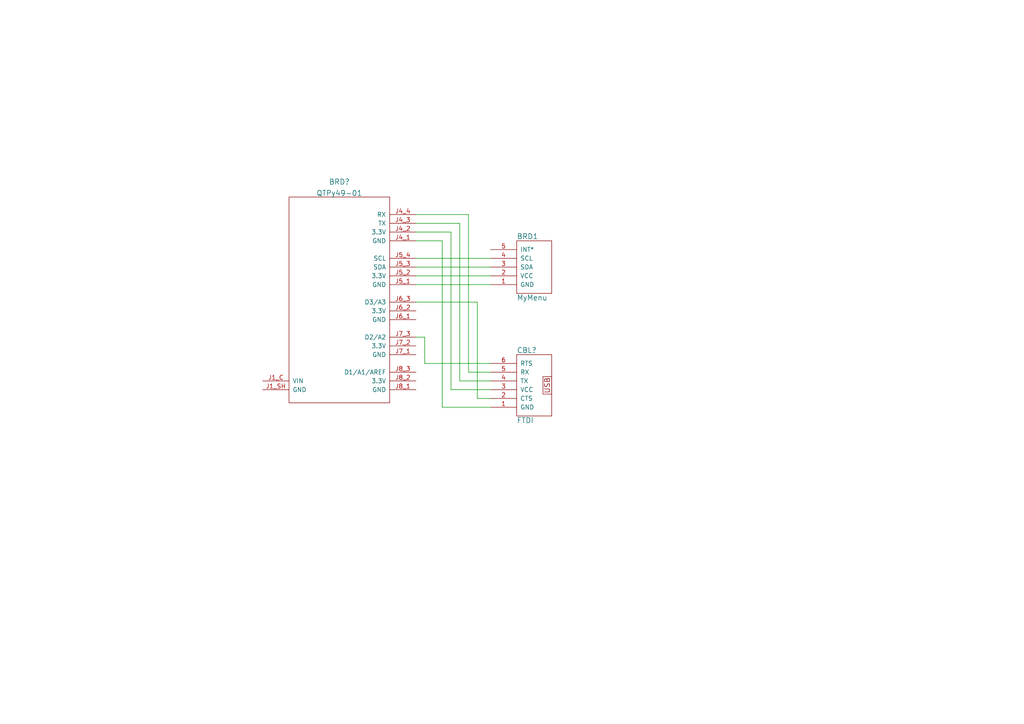
<source format=kicad_sch>
(kicad_sch (version 20211123) (generator eeschema)
  (paper "A4")
  (lib_symbols
    (symbol "LandBoards_Cards:FTDI" (pin_names (offset 1.016))
      (property "Reference" "BRD" (at 2.54 19.05 0))
      (property "Value" "FTDI" (at 2.54 -1.27 0))
      (symbol "FTDI_0_0"
        (rectangle (start -5.08 0) (end 5.08 17.78))
        (rectangle (start -5.08 11.43) (end -2.54 6.35))
        (text "USB" (at -3.81 8.89 900) (effects (font (size 1.524 1.524))))
      )
      (symbol "FTDI_1_1"
        (pin power_out line (at 12.7 15.24 180) (length 7.62) (name "GND") (number "1"))
        (pin input line (at 12.7 12.7 180) (length 7.62) (name "CTS") (number "2"))
        (pin power_out line (at 12.7 10.16 180) (length 7.62) (name "VCC") (number "3"))
        (pin output line (at 12.7 7.62 180) (length 7.62) (name "TX") (number "4"))
        (pin input line (at 12.7 5.08 180) (length 7.62) (name "RX") (number "5"))
        (pin output line (at 12.7 2.54 180) (length 7.62) (name "RTS") (number "6"))
      )
    )
    (symbol "LandBoards_Cards:MyMenu" (pin_names (offset 1.016))
      (property "Reference" "BRD" (at 1.27 11.43 0))
      (property "Value" "MyMenu" (at 0 -6.35 0))
      (symbol "MyMenu_0_0"
        (rectangle (start -5.08 10.16) (end 5.08 -5.08))
      )
      (symbol "MyMenu_1_1"
        (pin power_in line (at 12.7 7.62 180) (length 7.62) (name "GND") (number "1"))
        (pin power_in line (at 12.7 5.08 180) (length 7.62) (name "VCC") (number "2"))
        (pin bidirectional line (at 12.7 2.54 180) (length 7.62) (name "SDA") (number "3"))
        (pin input line (at 12.7 0 180) (length 7.62) (name "SCL") (number "4"))
        (pin output line (at 12.7 -2.54 180) (length 7.62) (name "INT*") (number "5"))
      )
    )
    (symbol "LandBoards_Cards:QTPy49-01" (pin_names (offset 1.016))
      (property "Reference" "BRD" (at 0 30.48 0))
      (property "Value" "QTPy49-01" (at 0 -31.75 0))
      (symbol "QTPy49-01_0_0"
        (rectangle (start -16.51 29.21) (end 12.7 -30.48))
      )
      (symbol "QTPy49-01_1_1"
        (pin power_in line (at -24.13 -24.13 0) (length 7.62) (name "VIN") (number "J1_C"))
        (pin power_in line (at -24.13 -26.67 0) (length 7.62) (name "GND") (number "J1_SH"))
        (pin power_in line (at 20.32 16.51 180) (length 7.62) (name "GND") (number "J4_1"))
        (pin power_out line (at 20.32 19.05 180) (length 7.62) (name "3.3V") (number "J4_2"))
        (pin output line (at 20.32 21.59 180) (length 7.62) (name "TX") (number "J4_3"))
        (pin output line (at 20.32 24.13 180) (length 7.62) (name "RX") (number "J4_4"))
        (pin power_in line (at 20.32 3.81 180) (length 7.62) (name "GND") (number "J5_1"))
        (pin power_out line (at 20.32 6.35 180) (length 7.62) (name "3.3V") (number "J5_2"))
        (pin bidirectional line (at 20.32 8.89 180) (length 7.62) (name "SDA") (number "J5_3"))
        (pin output line (at 20.32 11.43 180) (length 7.62) (name "SCL") (number "J5_4"))
        (pin power_in line (at 20.32 -6.35 180) (length 7.62) (name "GND") (number "J6_1"))
        (pin power_out line (at 20.32 -3.81 180) (length 7.62) (name "3.3V") (number "J6_2"))
        (pin bidirectional line (at 20.32 -1.27 180) (length 7.62) (name "D3/A3") (number "J6_3"))
        (pin power_in line (at 20.32 -16.51 180) (length 7.62) (name "GND") (number "J7_1"))
        (pin power_out line (at 20.32 -13.97 180) (length 7.62) (name "3.3V") (number "J7_2"))
        (pin bidirectional line (at 20.32 -11.43 180) (length 7.62) (name "D2/A2") (number "J7_3"))
        (pin power_in line (at 20.32 -26.67 180) (length 7.62) (name "GND") (number "J8_1"))
        (pin power_out line (at 20.32 -24.13 180) (length 7.62) (name "3.3V") (number "J8_2"))
        (pin bidirectional line (at 20.32 -21.59 180) (length 7.62) (name "D1/A1/AREF") (number "J8_3"))
      )
    )
  )
  (wire (pts (xy 130.81 113.03) (xy 130.81 67.31)))
  (wire (pts (xy 120.65 77.47) (xy 142.24 77.47)))
  (wire (pts (xy 120.65 74.93) (xy 142.24 74.93)))
  (wire (pts (xy 135.89 107.95) (xy 135.89 62.23)))
  (wire (pts (xy 128.27 69.85) (xy 120.65 69.85)))
  (wire (pts (xy 120.65 87.63) (xy 138.43 87.63)))
  (wire (pts (xy 120.65 82.55) (xy 142.24 82.55)))
  (wire (pts (xy 142.24 110.49) (xy 133.35 110.49)))
  (wire (pts (xy 138.43 87.63) (xy 138.43 115.57)))
  (wire (pts (xy 142.24 113.03) (xy 130.81 113.03)))
  (wire (pts (xy 142.24 118.11) (xy 128.27 118.11)))
  (wire (pts (xy 123.19 97.79) (xy 123.19 105.41)))
  (wire (pts (xy 120.65 97.79) (xy 123.19 97.79)))
  (wire (pts (xy 128.27 118.11) (xy 128.27 69.85)))
  (wire (pts (xy 133.35 110.49) (xy 133.35 64.77)))
  (wire (pts (xy 133.35 64.77) (xy 120.65 64.77)))
  (wire (pts (xy 142.24 107.95) (xy 135.89 107.95)))
  (wire (pts (xy 130.81 67.31) (xy 120.65 67.31)))
  (wire (pts (xy 120.65 80.01) (xy 142.24 80.01)))
  (wire (pts (xy 123.19 105.41) (xy 142.24 105.41)))
  (wire (pts (xy 138.43 115.57) (xy 142.24 115.57)))
  (wire (pts (xy 135.89 62.23) (xy 120.65 62.23)))
  (symbol (lib_id "LandBoards_Cards:QTPy49-01") (at 100.33 86.36 0) (unit 1)
    (property "Reference" "BRD?" (at 98.425 52.7461 0) (effects (font (size 1.524 1.524))))
    (property "Value" "QTPy49-01" (at 98.425 56.0251 0) (effects (font (size 1.524 1.524))))
  )
  (symbol (lib_id "LandBoards_Cards:MyMenu") (at 154.94 74.93 180) (unit 1)
    (property "Reference" "BRD1" (at 149.86 68.58 0) (effects (font (size 1.524 1.524)) (justify right)))
    (property "Value" "MyMenu" (at 149.86 86.36 0) (effects (font (size 1.524 1.524)) (justify right)))
  )
  (symbol (lib_id "LandBoards_Cards:FTDI") (at 154.94 102.87 180) (unit 1)
    (property "Reference" "CBL?" (at 149.86 101.6 0) (effects (font (size 1.524 1.524)) (justify right)))
    (property "Value" "FTDI" (at 149.86 121.92 0) (effects (font (size 1.524 1.524)) (justify right)))
  )
)
</source>
